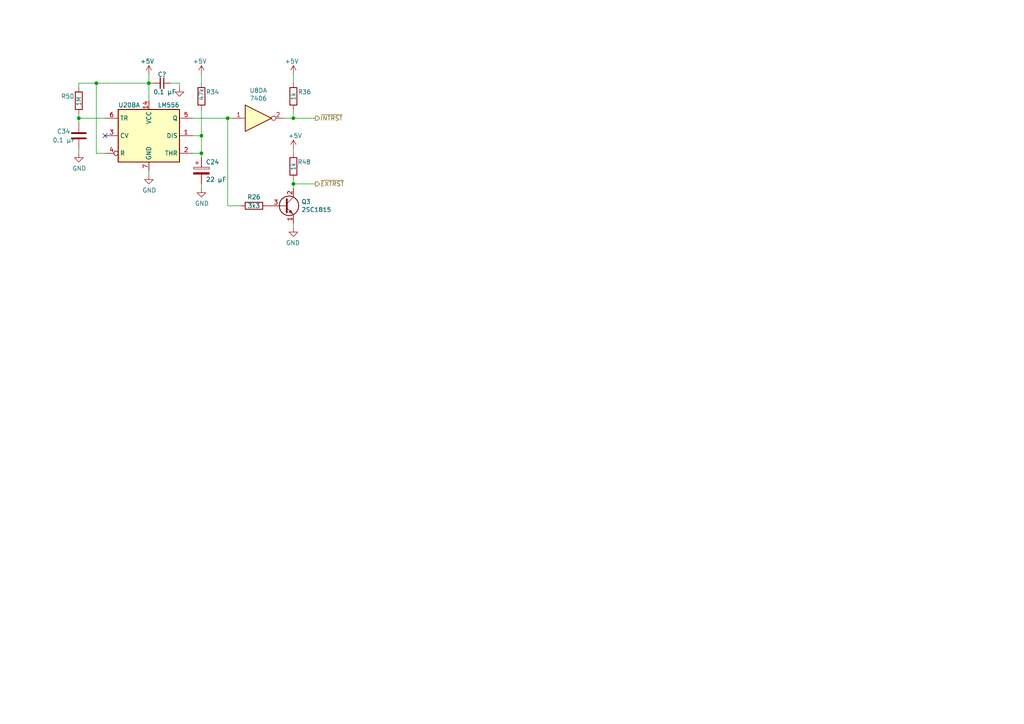
<source format=kicad_sch>
(kicad_sch (version 20231120) (generator "eeschema") (generator_version "8.0")
  (paper "A4")
  (title_block (title "Commodore 64 - Reset Section (schematic #251469)") (date "2019-08-11") (rev "0.2") (company "Commodore Business Machines, Inc.") (comment 1 "Based on C64/C64C Service Manual (1992-03) pp. 31-32 [PN-314001-03]") (comment 4 "KiCad schematic capture by Cumbayah! <cumbayah@subetha.dk>"))
  (lib_symbols
    (symbol "74xx_more:7406" (pin_names (offset 1.016))
      (property "Reference" "U" (at 0 1.27 0))
      (property "Value" "7406" (at 0 -1.27 0))
      (symbol "7406_1_0"
        (polyline (pts (xy -3.81 3.81) (xy -3.81 -3.81) (xy 3.81 0) (xy -3.81 3.81)) (stroke (width 0.254)) (fill (type background)))
        (pin input line (at -7.62 0 0) (length 3.81) (name "~") (number "1"))
        (pin open_collector inverted (at 7.62 0 180) (length 3.81) (name "~") (number "2"))
      )
      (symbol "7406_2_0"
        (polyline (pts (xy -3.81 3.81) (xy -3.81 -3.81) (xy 3.81 0) (xy -3.81 3.81)) (stroke (width 0.254)) (fill (type background)))
        (pin input line (at -7.62 0 0) (length 3.81) (name "~") (number "3"))
        (pin open_collector inverted (at 7.62 0 180) (length 3.81) (name "~") (number "4"))
      )
      (symbol "7406_3_0"
        (polyline (pts (xy -3.81 3.81) (xy -3.81 -3.81) (xy 3.81 0) (xy -3.81 3.81)) (stroke (width 0.254)) (fill (type background)))
        (pin input line (at -7.62 0 0) (length 3.81) (name "~") (number "5"))
        (pin open_collector inverted (at 7.62 0 180) (length 3.81) (name "~") (number "6"))
      )
      (symbol "7406_4_0"
        (polyline (pts (xy -3.81 3.81) (xy -3.81 -3.81) (xy 3.81 0) (xy -3.81 3.81)) (stroke (width 0.254)) (fill (type background)))
        (pin open_collector inverted (at 7.62 0 180) (length 3.81) (name "~") (number "8"))
        (pin input line (at -7.62 0 0) (length 3.81) (name "~") (number "9"))
      )
      (symbol "7406_5_0"
        (polyline (pts (xy -3.81 3.81) (xy -3.81 -3.81) (xy 3.81 0) (xy -3.81 3.81)) (stroke (width 0.254)) (fill (type background)))
        (pin open_collector inverted (at 7.62 0 180) (length 3.81) (name "~") (number "10"))
        (pin input line (at -7.62 0 0) (length 3.81) (name "~") (number "11"))
      )
      (symbol "7406_6_0"
        (polyline (pts (xy -3.81 3.81) (xy -3.81 -3.81) (xy 3.81 0) (xy -3.81 3.81)) (stroke (width 0.254)) (fill (type background)))
        (pin open_collector inverted (at 7.62 0 180) (length 3.81) (name "~") (number "12"))
        (pin input line (at -7.62 0 0) (length 3.81) (name "~") (number "13"))
      )
      (symbol "7406_7_0"
        (pin power_in line (at 0 12.7 270) (length 5.08) (name "VCC") (number "14"))
        (pin power_in line (at 0 -12.7 90) (length 5.08) (name "GND") (number "7"))
      )
      (symbol "7406_7_1"
        (rectangle (start -5.08 7.62) (end 5.08 -7.62) (stroke (width 0.254)) (fill (type background)))
      )
    )
    (symbol "C64B-rescue:+5V-power" (power) (pin_names (offset 0))
      (property "Value" "power_+5V" (at 0 3.556 0))
      (symbol "+5V-power_0_1"
        (polyline (pts (xy -0.762 1.27) (xy 0 2.54)))
        (polyline (pts (xy 0 0) (xy 0 2.54)))
        (polyline (pts (xy 0 2.54) (xy 0.762 1.27)))
      )
      (symbol "+5V-power_1_1"
        (pin power_in line (at 0 0 90) (length 0) hide (name "+5V") (number "1"))
      )
    )
    (symbol "C64B-rescue:CP-Device" (pin_numbers hide) (pin_names (offset 0.254))
      (property "Reference" "C" (at 0.635 2.54 0))
      (property "Value" "Device_CP" (at 0.635 -2.54 0))
      (symbol "CP-Device_0_1"
        (rectangle (start -2.286 0.508) (end 2.286 1.016))
        (polyline (pts (xy -1.778 2.286) (xy -0.762 2.286)))
        (polyline (pts (xy -1.27 2.794) (xy -1.27 1.778)))
        (rectangle (start 2.286 -0.508) (end -2.286 -1.016) (fill (type outline)))
      )
      (symbol "CP-Device_1_1"
        (pin passive line (at 0 3.81 270) (length 2.794) (name "~") (number "1"))
        (pin passive line (at 0 -3.81 90) (length 2.794) (name "~") (number "2"))
      )
    )
    (symbol "C64B-rescue:GND-power" (power) (pin_names (offset 0))
      (property "Value" "power_GND" (at 0 -3.81 0))
      (symbol "GND-power_0_1"
        (polyline (pts (xy 0 0) (xy 0 -1.27) (xy 1.27 -1.27) (xy 0 -2.54) (xy -1.27 -1.27) (xy 0 -1.27)))
      )
      (symbol "GND-power_1_1"
        (pin power_in line (at 0 0 270) (length 0) hide (name "GND") (number "1"))
      )
    )
    (symbol "Device:C" (pin_numbers hide) (pin_names (offset 0.254))
      (property "Reference" "C" (at 0.635 2.54 0))
      (property "Value" "C" (at 0.635 -2.54 0))
      (symbol "C_0_1"
        (polyline (pts (xy -2.032 -0.762) (xy 2.032 -0.762)) (stroke (width 0.508)))
        (polyline (pts (xy -2.032 0.762) (xy 2.032 0.762)) (stroke (width 0.508)))
      )
      (symbol "C_1_1"
        (pin passive line (at 0 3.81 270) (length 2.794) (name "~") (number "1"))
        (pin passive line (at 0 -3.81 90) (length 2.794) (name "~") (number "2"))
      )
    )
    (symbol "Device:C_Small" (pin_numbers hide) (pin_names (offset 0.254) hide)
      (property "Reference" "C" (at 0.254 1.778 0))
      (property "Value" "C_Small" (at 0.254 -2.032 0))
      (symbol "C_Small_0_1"
        (polyline (pts (xy -1.524 -0.508) (xy 1.524 -0.508)) (stroke (width 0.3302)))
        (polyline (pts (xy -1.524 0.508) (xy 1.524 0.508)) (stroke (width 0.3048)))
      )
      (symbol "C_Small_1_1"
        (pin passive line (at 0 2.54 270) (length 2.032) (name "~") (number "1"))
        (pin passive line (at 0 -2.54 90) (length 2.032) (name "~") (number "2"))
      )
    )
    (symbol "Device:R" (pin_numbers hide) (pin_names (offset 0))
      (property "Reference" "R" (at 2.032 0 90))
      (property "Value" "R" (at 0 0 90))
      (symbol "R_0_1"
        (rectangle (start -1.016 -2.54) (end 1.016 2.54) (stroke (width 0.254)))
      )
      (symbol "R_1_1"
        (pin passive line (at 0 3.81 270) (length 1.27) (name "~") (number "1"))
        (pin passive line (at 0 -3.81 90) (length 1.27) (name "~") (number "2"))
      )
    )
    (symbol "Timer:LM556"
      (property "Reference" "U" (at -10.16 8.89 0))
      (property "Value" "LM556" (at -10.16 -8.89 0))
      (symbol "LM556_0_0"
        (pin power_in line (at 0 10.16 270) (length 2.54) (name "VCC") (number "14"))
        (pin power_in line (at 0 -10.16 90) (length 2.54) (name "GND") (number "7"))
      )
      (symbol "LM556_0_1"
        (rectangle (start -8.89 -7.62) (end 8.89 7.62) (stroke (width 0.254)) (fill (type background)))
        (rectangle (start -8.89 -7.62) (end 8.89 7.62) (stroke (width 0.254)) (fill (type background)))
      )
      (symbol "LM556_1_1"
        (pin input line (at 12.7 0 180) (length 3.81) (name "DIS") (number "1"))
        (pin input line (at 12.7 -5.08 180) (length 3.81) (name "THR") (number "2"))
        (pin input line (at -12.7 0 0) (length 3.81) (name "CV") (number "3"))
        (pin input inverted (at -12.7 -5.08 0) (length 3.81) (name "R") (number "4"))
        (pin output line (at 12.7 5.08 180) (length 3.81) (name "Q") (number "5"))
        (pin input line (at -12.7 5.08 0) (length 3.81) (name "TR") (number "6"))
      )
      (symbol "LM556_2_1"
        (pin input inverted (at -12.7 -5.08 0) (length 3.81) (name "R") (number "10"))
        (pin input line (at -12.7 0 0) (length 3.81) (name "CV") (number "11"))
        (pin input line (at 12.7 -5.08 180) (length 3.81) (name "THR") (number "12"))
        (pin input line (at 12.7 0 180) (length 3.81) (name "DIS") (number "13"))
        (pin input line (at -12.7 5.08 0) (length 3.81) (name "TR") (number "8"))
        (pin output line (at 12.7 5.08 180) (length 3.81) (name "Q") (number "9"))
      )
    )
    (symbol "Transistor_BJT:2SC1815" (pin_names (offset 0) hide)
      (property "Reference" "Q" (at 5.08 1.905 0))
      (property "Value" "2SC1815" (at 5.08 0 0))
      (symbol "2SC1815_0_1"
        (polyline (pts (xy 0 0) (xy 0.508 0)))
        (polyline (pts (xy 0.635 0.635) (xy 2.54 2.54)))
        (polyline (pts (xy 0.635 -0.635) (xy 2.54 -2.54) (xy 2.54 -2.54)))
        (polyline (pts (xy 0.635 1.905) (xy 0.635 -1.905) (xy 0.635 -1.905)) (stroke (width 0.508)))
        (polyline (pts (xy 1.27 -1.778) (xy 1.778 -1.27) (xy 2.286 -2.286) (xy 1.27 -1.778) (xy 1.27 -1.778)) (fill (type outline)))
        (circle (center 1.27 0) (radius 2.8194) (stroke (width 0.254)))
      )
      (symbol "2SC1815_1_1"
        (pin passive line (at 2.54 -5.08 90) (length 2.54) (name "E") (number "1"))
        (pin passive line (at 2.54 5.08 270) (length 2.54) (name "C") (number "2"))
        (pin input line (at -5.08 0 0) (length 5.08) (name "B") (number "3"))
      )
    )
  )
  (junction (at 22.86 34.29))
  (junction (at 43.18 24.13))
  (junction (at 58.42 39.37))
  (junction (at 27.94 24.13))
  (junction (at 85.09 34.29))
  (junction (at 85.09 53.34))
  (junction (at 58.42 44.45))
  (junction (at 66.04 34.29))
  (no_connect (at 30.48 39.37))
  (wire (pts (xy 55.88 34.29) (xy 66.04 34.29)))
  (wire (pts (xy 27.94 44.45) (xy 27.94 24.13)))
  (wire (pts (xy 85.09 52.07) (xy 85.09 53.34)))
  (wire (pts (xy 82.55 34.29) (xy 85.09 34.29)))
  (wire (pts (xy 22.86 33.02) (xy 22.86 34.29)))
  (wire (pts (xy 58.42 45.72) (xy 58.42 44.45)))
  (wire (pts (xy 85.09 34.29) (xy 91.44 34.29)))
  (wire (pts (xy 85.09 53.34) (xy 91.44 53.34)))
  (wire (pts (xy 85.09 31.75) (xy 85.09 34.29)))
  (wire (pts (xy 85.09 53.34) (xy 85.09 54.61)))
  (wire (pts (xy 52.07 24.13) (xy 52.07 25.4)))
  (wire (pts (xy 58.42 24.13) (xy 58.42 21.59)))
  (wire (pts (xy 85.09 64.77) (xy 85.09 66.04)))
  (wire (pts (xy 58.42 39.37) (xy 58.42 31.75)))
  (wire (pts (xy 58.42 54.61) (xy 58.42 53.34)))
  (wire (pts (xy 58.42 44.45) (xy 58.42 39.37)))
  (wire (pts (xy 22.86 25.4) (xy 22.86 24.13)))
  (wire (pts (xy 27.94 24.13) (xy 43.18 24.13)))
  (wire (pts (xy 49.53 24.13) (xy 52.07 24.13)))
  (wire (pts (xy 66.04 34.29) (xy 67.31 34.29)))
  (wire (pts (xy 66.04 59.69) (xy 69.85 59.69)))
  (wire (pts (xy 43.18 50.8) (xy 43.18 49.53)))
  (wire (pts (xy 43.18 24.13) (xy 43.18 21.59)))
  (wire (pts (xy 22.86 35.56) (xy 22.86 34.29)))
  (wire (pts (xy 43.18 29.21) (xy 43.18 24.13)))
  (wire (pts (xy 30.48 44.45) (xy 27.94 44.45)))
  (wire (pts (xy 55.88 44.45) (xy 58.42 44.45)))
  (wire (pts (xy 22.86 34.29) (xy 30.48 34.29)))
  (wire (pts (xy 85.09 43.18) (xy 85.09 44.45)))
  (wire (pts (xy 66.04 59.69) (xy 66.04 34.29)))
  (wire (pts (xy 22.86 44.45) (xy 22.86 43.18)))
  (wire (pts (xy 85.09 24.13) (xy 85.09 21.59)))
  (wire (pts (xy 22.86 24.13) (xy 27.94 24.13)))
  (wire (pts (xy 55.88 39.37) (xy 58.42 39.37)))
  (wire (pts (xy 43.18 24.13) (xy 44.45 24.13)))
  (hierarchical_label "~{INTRST}" (shape output) (at 91.44 34.29 0))
  (hierarchical_label "~{EXTRST}" (shape output) (at 91.44 53.34 0))
  (symbol (lib_id "74xx_more:7406") (at 74.93 34.29 0) (unit 1)
    (property "Reference" "U8D" (at 74.93 26.2382 0))
    (property "Value" "7406" (at 74.93 28.5496 0))
    (property "Datasheet" "https://www.ti.com/lit/ds/symlink/sn7406.pdf" (effects (hide yes)))
  )
  (symbol (lib_id "Device:R") (at 58.42 27.94 0) (unit 1)
    (property "Reference" "R34" (at 59.69 26.67 0) (effects (justify left)))
    (property "Value" "47k" (at 58.42 29.21 90) (effects (justify left)))
    (property "Power Rating" "0.25W" (effects (hide yes)))
    (property "Ohmic Tolerance" "5%" (effects (hide yes)))
  )
  (symbol (lib_id "Device:R") (at 22.86 29.21 180) (unit 1)
    (property "Reference" "R50" (at 21.59 27.94 0) (effects (justify left)))
    (property "Value" "1M" (at 22.86 27.94 90) (effects (justify left)))
    (property "Power Rating" "0.25W" (effects (hide yes)))
    (property "Ohmic Tolerance" "5%" (effects (hide yes)))
  )
  (symbol (lib_id "Device:R") (at 85.09 27.94 0) (unit 1)
    (property "Reference" "R36" (at 86.36 26.67 0) (effects (justify left)))
    (property "Value" "1k" (at 85.09 29.21 90) (effects (justify left)))
    (property "Note" "Not in Service Manual parts list for PCB #2504251-1 (but listed for predecessor PCB #250407-04)" (effects (hide yes)))
    (property "Power Rating" "0.25W" (effects (hide yes)))
    (property "Ohmic Tolerance" "5%" (effects (hide yes)))
  )
  (symbol (lib_id "Device:R") (at 73.66 59.69 90) (mirror x) (unit 1)
    (property "Reference" "R26" (at 73.66 57.15 90))
    (property "Value" "3k3" (at 73.66 59.69 90))
    (property "Power Rating" "0.25W" (effects (hide yes)))
    (property "Ohmic Tolerance" "5%" (effects (hide yes)))
  )
  (symbol (lib_id "Device:R") (at 85.09 48.26 0) (mirror y) (unit 1)
    (property "Reference" "R48" (at 90.17 46.99 0) (effects (justify left)))
    (property "Value" "1k" (at 85.09 49.53 90) (effects (justify left)))
    (property "Note" "Not in Service Manual parts list but on Schematic #251469" (effects (hide yes)))
    (property "Power Rating" "0.25W" (effects (hide yes)))
    (property "Ohmic Tolerance" "5%" (effects (hide yes)))
  )
  (symbol (lib_id "Transistor_BJT:2SC1815") (at 82.55 59.69 0) (unit 1)
    (property "Reference" "Q3" (at 87.4014 58.5216 0) (effects (justify left)))
    (property "Value" "2SC1815" (at 87.4014 60.833 0) (effects (justify left)))
    (property "Footprint" "Package_TO_SOT_THT:TO-92_Inline" (effects (hide yes)))
    (property "Datasheet" "https://media.digikey.com/pdf/Data%20Sheets/Toshiba%20PDFs/2SC1815.pdf" (effects (hide yes)))
  )
  (symbol (lib_id "C64B-rescue:+5V-power") (at 85.09 21.59 0) (unit 1)
    (property "Reference" "#PWR?" (effects (hide yes)))
    (property "Value" "+5V" (at 82.55 17.78 0) (effects (justify left)))
    (instances (project "" (path "" (reference "#PWR?") (unit 1)) (path "" (reference "#PWR0184") (unit 1))))
  )
  (symbol (lib_id "C64B-rescue:GND-power") (at 85.09 66.04 0) (mirror y) (unit 1)
    (property "Reference" "#PWR0185" (effects (hide yes)))
    (property "Value" "GND" (at 84.963 70.4342 0))
  )
  (symbol (lib_id "C64B-rescue:+5V-power") (at 85.09 43.18 0) (mirror y) (unit 1)
    (property "Reference" "#PWR?" (effects (hide yes)))
    (property "Value" "+5V" (at 87.63 39.37 0) (effects (justify left)))
    (instances (project "" (path "" (reference "#PWR?") (unit 1)) (path "" (reference "#PWR0186") (unit 1))))
  )
  (symbol (lib_id "Device:C") (at 22.86 39.37 0) (unit 1)
    (property "Reference" "C34" (at 16.51 38.1 0) (effects (justify left)))
    (property "Value" "0.1 μF" (at 15.24 40.64 0) (effects (justify left)))
    (property "Type" "Ceramic" (effects (hide yes)))
    (property "Voltage Rating" "25V" (effects (hide yes)))
  )
  (symbol (lib_id "C64B-rescue:CP-Device") (at 58.42 49.53 0) (unit 1)
    (property "Reference" "C24" (at 59.69 46.99 0) (effects (justify left)))
    (property "Value" "22 μF" (at 59.69 52.07 0) (effects (justify left)))
    (property "Type" "Electrolytic" (effects (hide yes)))
    (property "Voltage Rating" "25V" (effects (hide yes)))
    (property "Voltage Tolerance" "+50% / -10%" (effects (hide yes)))
  )
  (symbol (lib_id "C64B-rescue:+5V-power") (at 58.42 21.59 0) (unit 1)
    (property "Reference" "#PWR?" (effects (hide yes)))
    (property "Value" "+5V" (at 55.88 17.78 0) (effects (justify left)))
    (instances (project "" (path "" (reference "#PWR?") (unit 1)) (path "" (reference "#PWR0187") (unit 1))))
  )
  (symbol (lib_id "C64B-rescue:GND-power") (at 58.42 54.61 0) (unit 1)
    (property "Reference" "#PWR0188" (effects (hide yes)))
    (property "Value" "GND" (at 58.547 59.0042 0))
  )
  (symbol (lib_id "C64B-rescue:GND-power") (at 22.86 44.45 0) (unit 1)
    (property "Reference" "#PWR0189" (effects (hide yes)))
    (property "Value" "GND" (at 22.987 48.8442 0))
  )
  (symbol (lib_id "Timer:LM556") (at 43.18 39.37 0) (unit 1)
    (property "Reference" "U20B" (at 34.29 30.48 0) (effects (justify left)))
    (property "Value" "LM556" (at 52.07 30.48 0) (effects (justify right)))
    (property "Datasheet" "http://www.ti.com/lit/ds/symlink/lm556.pdf" (effects (hide yes)))
  )
  (symbol (lib_id "C64B-rescue:GND-power") (at 43.18 50.8 0) (unit 1)
    (property "Reference" "#PWR0182" (effects (hide yes)))
    (property "Value" "GND" (at 43.307 55.1942 0))
  )
  (symbol (lib_id "C64B-rescue:+5V-power") (at 43.18 21.59 0) (unit 1)
    (property "Reference" "#PWR?" (effects (hide yes)))
    (property "Value" "+5V" (at 40.64 17.78 0) (effects (justify left)))
    (instances (project "" (path "" (reference "#PWR?") (unit 1)) (path "" (reference "#PWR0183") (unit 1))))
  )
  (symbol (lib_id "C64B-rescue:GND-power") (at 52.07 25.4 0) (unit 1)
    (property "Reference" "#PWR?" (effects (hide yes)))
    (property "Value" "GND" (effects (hide yes)))
    (instances (project "" (path "" (reference "#PWR?") (unit 1)) (path "" (reference "#PWR0190") (unit 1))))
  )
  (symbol (lib_id "Device:C_Small") (at 46.99 24.13 270) (unit 1)
    (property "Reference" "C?" (at 45.72 21.59 90) (effects (justify left)))
    (property "Value" "0.1 μF" (at 44.45 26.67 90) (effects (justify left)))
    (property "Type" "Ceramic" (effects (hide yes)))
    (property "Voltage Rating" "25V" (effects (hide yes)))
    (instances (project "" (path "" (reference "C?") (unit 1)) (path "" (reference "C39") (unit 1))))
  )
)
</source>
